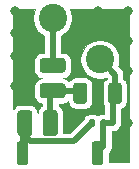
<source format=gbr>
%TF.GenerationSoftware,KiCad,Pcbnew,5.1.10*%
%TF.CreationDate,2022-04-29T11:26:50+02:00*%
%TF.ProjectId,filter01,66696c74-6572-4303-912e-6b696361645f,rev?*%
%TF.SameCoordinates,Original*%
%TF.FileFunction,Copper,L1,Top*%
%TF.FilePolarity,Positive*%
%FSLAX46Y46*%
G04 Gerber Fmt 4.6, Leading zero omitted, Abs format (unit mm)*
G04 Created by KiCad (PCBNEW 5.1.10) date 2022-04-29 11:26:50*
%MOMM*%
%LPD*%
G01*
G04 APERTURE LIST*
%TA.AperFunction,ComponentPad*%
%ADD10C,2.400000*%
%TD*%
%TA.AperFunction,ViaPad*%
%ADD11C,0.800000*%
%TD*%
%TA.AperFunction,Conductor*%
%ADD12C,0.500000*%
%TD*%
%TA.AperFunction,Conductor*%
%ADD13C,0.100000*%
%TD*%
G04 APERTURE END LIST*
%TO.P,J5,1*%
%TO.N,Net-(C1-Pad2)*%
%TA.AperFunction,SMDPad,CuDef*%
G36*
G01*
X198890000Y-73140000D02*
X198890000Y-71640000D01*
G75*
G02*
X199140000Y-71390000I250000J0D01*
G01*
X199640000Y-71390000D01*
G75*
G02*
X199890000Y-71640000I0J-250000D01*
G01*
X199890000Y-73140000D01*
G75*
G02*
X199640000Y-73390000I-250000J0D01*
G01*
X199140000Y-73390000D01*
G75*
G02*
X198890000Y-73140000I0J250000D01*
G01*
G37*
%TD.AperFunction*%
%TD*%
%TO.P,J2,1*%
%TO.N,Net-(C1-Pad1)*%
%TA.AperFunction,SMDPad,CuDef*%
G36*
G01*
X192540000Y-73140000D02*
X192540000Y-71640000D01*
G75*
G02*
X192790000Y-71390000I250000J0D01*
G01*
X193290000Y-71390000D01*
G75*
G02*
X193540000Y-71640000I0J-250000D01*
G01*
X193540000Y-73140000D01*
G75*
G02*
X193290000Y-73390000I-250000J0D01*
G01*
X192790000Y-73390000D01*
G75*
G02*
X192540000Y-73140000I0J250000D01*
G01*
G37*
%TD.AperFunction*%
%TD*%
D10*
%TO.P,J4,1*%
%TO.N,Net-(C1-Pad2)*%
X199580000Y-64460000D03*
%TD*%
%TO.P,J3,1*%
%TO.N,Net-(J3-Pad1)*%
X195580000Y-60960000D03*
%TD*%
%TO.P,L2,2*%
%TO.N,Net-(J3-Pad1)*%
%TA.AperFunction,SMDPad,CuDef*%
G36*
G01*
X196430000Y-65590000D02*
X194730000Y-65590000D01*
G75*
G02*
X194480000Y-65340000I0J250000D01*
G01*
X194480000Y-64590000D01*
G75*
G02*
X194730000Y-64340000I250000J0D01*
G01*
X196430000Y-64340000D01*
G75*
G02*
X196680000Y-64590000I0J-250000D01*
G01*
X196680000Y-65340000D01*
G75*
G02*
X196430000Y-65590000I-250000J0D01*
G01*
G37*
%TD.AperFunction*%
%TO.P,L2,1*%
%TO.N,Net-(C2-Pad1)*%
%TA.AperFunction,SMDPad,CuDef*%
G36*
G01*
X196430000Y-67740000D02*
X194730000Y-67740000D01*
G75*
G02*
X194480000Y-67490000I0J250000D01*
G01*
X194480000Y-66740000D01*
G75*
G02*
X194730000Y-66490000I250000J0D01*
G01*
X196430000Y-66490000D01*
G75*
G02*
X196680000Y-66740000I0J-250000D01*
G01*
X196680000Y-67490000D01*
G75*
G02*
X196430000Y-67740000I-250000J0D01*
G01*
G37*
%TD.AperFunction*%
%TD*%
%TO.P,L1,2*%
%TO.N,Net-(C2-Pad1)*%
%TA.AperFunction,SMDPad,CuDef*%
G36*
G01*
X194760000Y-70700000D02*
X194760000Y-69000000D01*
G75*
G02*
X195010000Y-68750000I250000J0D01*
G01*
X195760000Y-68750000D01*
G75*
G02*
X196010000Y-69000000I0J-250000D01*
G01*
X196010000Y-70700000D01*
G75*
G02*
X195760000Y-70950000I-250000J0D01*
G01*
X195010000Y-70950000D01*
G75*
G02*
X194760000Y-70700000I0J250000D01*
G01*
G37*
%TD.AperFunction*%
%TO.P,L1,1*%
%TO.N,Net-(C1-Pad1)*%
%TA.AperFunction,SMDPad,CuDef*%
G36*
G01*
X192610000Y-70700000D02*
X192610000Y-69000000D01*
G75*
G02*
X192860000Y-68750000I250000J0D01*
G01*
X193610000Y-68750000D01*
G75*
G02*
X193860000Y-69000000I0J-250000D01*
G01*
X193860000Y-70700000D01*
G75*
G02*
X193610000Y-70950000I-250000J0D01*
G01*
X192860000Y-70950000D01*
G75*
G02*
X192610000Y-70700000I0J250000D01*
G01*
G37*
%TD.AperFunction*%
%TD*%
%TO.P,C2,2*%
%TO.N,Net-(C1-Pad2)*%
%TA.AperFunction,SMDPad,CuDef*%
G36*
G01*
X200290000Y-67960001D02*
X200290000Y-66659999D01*
G75*
G02*
X200539999Y-66410000I249999J0D01*
G01*
X201190001Y-66410000D01*
G75*
G02*
X201440000Y-66659999I0J-249999D01*
G01*
X201440000Y-67960001D01*
G75*
G02*
X201190001Y-68210000I-249999J0D01*
G01*
X200539999Y-68210000D01*
G75*
G02*
X200290000Y-67960001I0J249999D01*
G01*
G37*
%TD.AperFunction*%
%TO.P,C2,1*%
%TO.N,Net-(C2-Pad1)*%
%TA.AperFunction,SMDPad,CuDef*%
G36*
G01*
X197340000Y-67960001D02*
X197340000Y-66659999D01*
G75*
G02*
X197589999Y-66410000I249999J0D01*
G01*
X198240001Y-66410000D01*
G75*
G02*
X198490000Y-66659999I0J-249999D01*
G01*
X198490000Y-67960001D01*
G75*
G02*
X198240001Y-68210000I-249999J0D01*
G01*
X197589999Y-68210000D01*
G75*
G02*
X197340000Y-67960001I0J249999D01*
G01*
G37*
%TD.AperFunction*%
%TD*%
%TO.P,C1,1*%
%TO.N,Net-(C1-Pad1)*%
%TA.AperFunction,SMDPad,CuDef*%
G36*
G01*
X198630000Y-70020000D02*
X198630000Y-69680000D01*
G75*
G02*
X198770000Y-69540000I140000J0D01*
G01*
X199050000Y-69540000D01*
G75*
G02*
X199190000Y-69680000I0J-140000D01*
G01*
X199190000Y-70020000D01*
G75*
G02*
X199050000Y-70160000I-140000J0D01*
G01*
X198770000Y-70160000D01*
G75*
G02*
X198630000Y-70020000I0J140000D01*
G01*
G37*
%TD.AperFunction*%
%TO.P,C1,2*%
%TO.N,Net-(C1-Pad2)*%
%TA.AperFunction,SMDPad,CuDef*%
G36*
G01*
X199590000Y-70020000D02*
X199590000Y-69680000D01*
G75*
G02*
X199730000Y-69540000I140000J0D01*
G01*
X200010000Y-69540000D01*
G75*
G02*
X200150000Y-69680000I0J-140000D01*
G01*
X200150000Y-70020000D01*
G75*
G02*
X200010000Y-70160000I-140000J0D01*
G01*
X199730000Y-70160000D01*
G75*
G02*
X199590000Y-70020000I0J140000D01*
G01*
G37*
%TD.AperFunction*%
%TD*%
D11*
%TO.N,GND*%
X201930000Y-60325000D03*
X192405000Y-60325000D03*
X192405000Y-62230000D03*
X192405000Y-64135000D03*
X192405000Y-66675000D03*
X201930000Y-62865000D03*
X201930000Y-65405000D03*
X199390000Y-60325000D03*
X201930000Y-69850000D03*
%TD*%
D12*
%TO.N,Net-(C1-Pad2)*%
X199870000Y-69850000D02*
X200660000Y-69850000D01*
X200660000Y-67515000D02*
X200865000Y-67310000D01*
X200660000Y-69850000D02*
X200660000Y-67515000D01*
X200865000Y-65745000D02*
X199580000Y-64460000D01*
X200865000Y-67310000D02*
X200865000Y-65745000D01*
X199870000Y-69850000D02*
X199870000Y-71889990D01*
%TO.N,Net-(C1-Pad1)*%
X193685010Y-71400010D02*
X197359990Y-71400010D01*
X197359990Y-71400010D02*
X198910000Y-69850000D01*
X193235000Y-70950000D02*
X193685010Y-71400010D01*
X193235000Y-69850000D02*
X193235000Y-70950000D01*
X193040000Y-70045000D02*
X193235000Y-69850000D01*
X193040000Y-72390000D02*
X193040000Y-70045000D01*
%TO.N,Net-(C2-Pad1)*%
X195385000Y-67310000D02*
X195580000Y-67115000D01*
X195385000Y-69850000D02*
X195385000Y-67310000D01*
X197720000Y-67115000D02*
X197915000Y-67310000D01*
X195580000Y-67115000D02*
X197720000Y-67115000D01*
%TO.N,Net-(J3-Pad1)*%
X195580000Y-64965000D02*
X195580000Y-60960000D01*
%TD*%
D13*
%TO.N,GND*%
X202065001Y-73160000D02*
X200340207Y-73160000D01*
X200342177Y-73140000D01*
X200342177Y-72408035D01*
X200367370Y-72387360D01*
X200454845Y-72280771D01*
X200519845Y-72159165D01*
X200559872Y-72027214D01*
X200570000Y-71924380D01*
X200570000Y-70550000D01*
X200625610Y-70550000D01*
X200660000Y-70553387D01*
X200694390Y-70550000D01*
X200797224Y-70539872D01*
X200929175Y-70499845D01*
X201050781Y-70434845D01*
X201157370Y-70347370D01*
X201244845Y-70240781D01*
X201309845Y-70119175D01*
X201349872Y-69987224D01*
X201363387Y-69850000D01*
X201360000Y-69815610D01*
X201360000Y-68638671D01*
X201458712Y-68608727D01*
X201580109Y-68543839D01*
X201686514Y-68456514D01*
X201773839Y-68350109D01*
X201838727Y-68228712D01*
X201878685Y-68096989D01*
X201892177Y-67960001D01*
X201892177Y-66659999D01*
X201878685Y-66523011D01*
X201838727Y-66391288D01*
X201773839Y-66269891D01*
X201686514Y-66163486D01*
X201580109Y-66076161D01*
X201565000Y-66068085D01*
X201565000Y-65779386D01*
X201568387Y-65744999D01*
X201565000Y-65710610D01*
X201554872Y-65607776D01*
X201514845Y-65475825D01*
X201449845Y-65354219D01*
X201362370Y-65247630D01*
X201335653Y-65225704D01*
X201132805Y-65022856D01*
X201166592Y-64941287D01*
X201230000Y-64622511D01*
X201230000Y-64297489D01*
X201166592Y-63978713D01*
X201042211Y-63678432D01*
X200861639Y-63408186D01*
X200631814Y-63178361D01*
X200361568Y-62997789D01*
X200061287Y-62873408D01*
X199742511Y-62810000D01*
X199417489Y-62810000D01*
X199098713Y-62873408D01*
X198798432Y-62997789D01*
X198528186Y-63178361D01*
X198298361Y-63408186D01*
X198117789Y-63678432D01*
X197993408Y-63978713D01*
X197930000Y-64297489D01*
X197930000Y-64622511D01*
X197993408Y-64941287D01*
X198117789Y-65241568D01*
X198298361Y-65511814D01*
X198528186Y-65741639D01*
X198798432Y-65922211D01*
X199098713Y-66046592D01*
X199417489Y-66110000D01*
X199742511Y-66110000D01*
X200061287Y-66046592D01*
X200142856Y-66012805D01*
X200165001Y-66034950D01*
X200165001Y-66068085D01*
X200149891Y-66076161D01*
X200043486Y-66163486D01*
X199956161Y-66269891D01*
X199891273Y-66391288D01*
X199851315Y-66523011D01*
X199837823Y-66659999D01*
X199837823Y-67960001D01*
X199851315Y-68096989D01*
X199891273Y-68228712D01*
X199956161Y-68350109D01*
X199960001Y-68354788D01*
X199960000Y-69087823D01*
X199730000Y-69087823D01*
X199614472Y-69099202D01*
X199503384Y-69132900D01*
X199401004Y-69187623D01*
X199390000Y-69196654D01*
X199378996Y-69187623D01*
X199276616Y-69132900D01*
X199165528Y-69099202D01*
X199050000Y-69087823D01*
X198770000Y-69087823D01*
X198654472Y-69099202D01*
X198543384Y-69132900D01*
X198441004Y-69187623D01*
X198351268Y-69261268D01*
X198277623Y-69351004D01*
X198222900Y-69453384D01*
X198189202Y-69564472D01*
X198187413Y-69582637D01*
X197070041Y-70700010D01*
X196462176Y-70700010D01*
X196462177Y-70700000D01*
X196462177Y-69000000D01*
X196448685Y-68863012D01*
X196408727Y-68731288D01*
X196343839Y-68609891D01*
X196256514Y-68503486D01*
X196150109Y-68416161D01*
X196085000Y-68381360D01*
X196085000Y-68192177D01*
X196430000Y-68192177D01*
X196566988Y-68178685D01*
X196698712Y-68138727D01*
X196820109Y-68073839D01*
X196893132Y-68013910D01*
X196901315Y-68096989D01*
X196941273Y-68228712D01*
X197006161Y-68350109D01*
X197093486Y-68456514D01*
X197199891Y-68543839D01*
X197321288Y-68608727D01*
X197453011Y-68648685D01*
X197589999Y-68662177D01*
X198240001Y-68662177D01*
X198376989Y-68648685D01*
X198508712Y-68608727D01*
X198630109Y-68543839D01*
X198736514Y-68456514D01*
X198823839Y-68350109D01*
X198888727Y-68228712D01*
X198928685Y-68096989D01*
X198942177Y-67960001D01*
X198942177Y-66659999D01*
X198928685Y-66523011D01*
X198888727Y-66391288D01*
X198823839Y-66269891D01*
X198736514Y-66163486D01*
X198630109Y-66076161D01*
X198508712Y-66011273D01*
X198376989Y-65971315D01*
X198240001Y-65957823D01*
X197589999Y-65957823D01*
X197453011Y-65971315D01*
X197321288Y-66011273D01*
X197199891Y-66076161D01*
X197093486Y-66163486D01*
X197006161Y-66269891D01*
X196983294Y-66312672D01*
X196926514Y-66243486D01*
X196820109Y-66156161D01*
X196698712Y-66091273D01*
X196566988Y-66051315D01*
X196452104Y-66040000D01*
X196566988Y-66028685D01*
X196698712Y-65988727D01*
X196820109Y-65923839D01*
X196926514Y-65836514D01*
X197013839Y-65730109D01*
X197078727Y-65608712D01*
X197118685Y-65476988D01*
X197132177Y-65340000D01*
X197132177Y-64590000D01*
X197118685Y-64453012D01*
X197078727Y-64321288D01*
X197013839Y-64199891D01*
X196926514Y-64093486D01*
X196820109Y-64006161D01*
X196698712Y-63941273D01*
X196566988Y-63901315D01*
X196430000Y-63887823D01*
X196280000Y-63887823D01*
X196280000Y-62455998D01*
X196361568Y-62422211D01*
X196631814Y-62241639D01*
X196861639Y-62011814D01*
X197042211Y-61741568D01*
X197166592Y-61441287D01*
X197230000Y-61122511D01*
X197230000Y-60797489D01*
X197166592Y-60478713D01*
X197047003Y-60190000D01*
X202065000Y-60190000D01*
X202065001Y-73160000D01*
%TA.AperFunction,Conductor*%
G36*
X202065001Y-73160000D02*
G01*
X200340207Y-73160000D01*
X200342177Y-73140000D01*
X200342177Y-72408035D01*
X200367370Y-72387360D01*
X200454845Y-72280771D01*
X200519845Y-72159165D01*
X200559872Y-72027214D01*
X200570000Y-71924380D01*
X200570000Y-70550000D01*
X200625610Y-70550000D01*
X200660000Y-70553387D01*
X200694390Y-70550000D01*
X200797224Y-70539872D01*
X200929175Y-70499845D01*
X201050781Y-70434845D01*
X201157370Y-70347370D01*
X201244845Y-70240781D01*
X201309845Y-70119175D01*
X201349872Y-69987224D01*
X201363387Y-69850000D01*
X201360000Y-69815610D01*
X201360000Y-68638671D01*
X201458712Y-68608727D01*
X201580109Y-68543839D01*
X201686514Y-68456514D01*
X201773839Y-68350109D01*
X201838727Y-68228712D01*
X201878685Y-68096989D01*
X201892177Y-67960001D01*
X201892177Y-66659999D01*
X201878685Y-66523011D01*
X201838727Y-66391288D01*
X201773839Y-66269891D01*
X201686514Y-66163486D01*
X201580109Y-66076161D01*
X201565000Y-66068085D01*
X201565000Y-65779386D01*
X201568387Y-65744999D01*
X201565000Y-65710610D01*
X201554872Y-65607776D01*
X201514845Y-65475825D01*
X201449845Y-65354219D01*
X201362370Y-65247630D01*
X201335653Y-65225704D01*
X201132805Y-65022856D01*
X201166592Y-64941287D01*
X201230000Y-64622511D01*
X201230000Y-64297489D01*
X201166592Y-63978713D01*
X201042211Y-63678432D01*
X200861639Y-63408186D01*
X200631814Y-63178361D01*
X200361568Y-62997789D01*
X200061287Y-62873408D01*
X199742511Y-62810000D01*
X199417489Y-62810000D01*
X199098713Y-62873408D01*
X198798432Y-62997789D01*
X198528186Y-63178361D01*
X198298361Y-63408186D01*
X198117789Y-63678432D01*
X197993408Y-63978713D01*
X197930000Y-64297489D01*
X197930000Y-64622511D01*
X197993408Y-64941287D01*
X198117789Y-65241568D01*
X198298361Y-65511814D01*
X198528186Y-65741639D01*
X198798432Y-65922211D01*
X199098713Y-66046592D01*
X199417489Y-66110000D01*
X199742511Y-66110000D01*
X200061287Y-66046592D01*
X200142856Y-66012805D01*
X200165001Y-66034950D01*
X200165001Y-66068085D01*
X200149891Y-66076161D01*
X200043486Y-66163486D01*
X199956161Y-66269891D01*
X199891273Y-66391288D01*
X199851315Y-66523011D01*
X199837823Y-66659999D01*
X199837823Y-67960001D01*
X199851315Y-68096989D01*
X199891273Y-68228712D01*
X199956161Y-68350109D01*
X199960001Y-68354788D01*
X199960000Y-69087823D01*
X199730000Y-69087823D01*
X199614472Y-69099202D01*
X199503384Y-69132900D01*
X199401004Y-69187623D01*
X199390000Y-69196654D01*
X199378996Y-69187623D01*
X199276616Y-69132900D01*
X199165528Y-69099202D01*
X199050000Y-69087823D01*
X198770000Y-69087823D01*
X198654472Y-69099202D01*
X198543384Y-69132900D01*
X198441004Y-69187623D01*
X198351268Y-69261268D01*
X198277623Y-69351004D01*
X198222900Y-69453384D01*
X198189202Y-69564472D01*
X198187413Y-69582637D01*
X197070041Y-70700010D01*
X196462176Y-70700010D01*
X196462177Y-70700000D01*
X196462177Y-69000000D01*
X196448685Y-68863012D01*
X196408727Y-68731288D01*
X196343839Y-68609891D01*
X196256514Y-68503486D01*
X196150109Y-68416161D01*
X196085000Y-68381360D01*
X196085000Y-68192177D01*
X196430000Y-68192177D01*
X196566988Y-68178685D01*
X196698712Y-68138727D01*
X196820109Y-68073839D01*
X196893132Y-68013910D01*
X196901315Y-68096989D01*
X196941273Y-68228712D01*
X197006161Y-68350109D01*
X197093486Y-68456514D01*
X197199891Y-68543839D01*
X197321288Y-68608727D01*
X197453011Y-68648685D01*
X197589999Y-68662177D01*
X198240001Y-68662177D01*
X198376989Y-68648685D01*
X198508712Y-68608727D01*
X198630109Y-68543839D01*
X198736514Y-68456514D01*
X198823839Y-68350109D01*
X198888727Y-68228712D01*
X198928685Y-68096989D01*
X198942177Y-67960001D01*
X198942177Y-66659999D01*
X198928685Y-66523011D01*
X198888727Y-66391288D01*
X198823839Y-66269891D01*
X198736514Y-66163486D01*
X198630109Y-66076161D01*
X198508712Y-66011273D01*
X198376989Y-65971315D01*
X198240001Y-65957823D01*
X197589999Y-65957823D01*
X197453011Y-65971315D01*
X197321288Y-66011273D01*
X197199891Y-66076161D01*
X197093486Y-66163486D01*
X197006161Y-66269891D01*
X196983294Y-66312672D01*
X196926514Y-66243486D01*
X196820109Y-66156161D01*
X196698712Y-66091273D01*
X196566988Y-66051315D01*
X196452104Y-66040000D01*
X196566988Y-66028685D01*
X196698712Y-65988727D01*
X196820109Y-65923839D01*
X196926514Y-65836514D01*
X197013839Y-65730109D01*
X197078727Y-65608712D01*
X197118685Y-65476988D01*
X197132177Y-65340000D01*
X197132177Y-64590000D01*
X197118685Y-64453012D01*
X197078727Y-64321288D01*
X197013839Y-64199891D01*
X196926514Y-64093486D01*
X196820109Y-64006161D01*
X196698712Y-63941273D01*
X196566988Y-63901315D01*
X196430000Y-63887823D01*
X196280000Y-63887823D01*
X196280000Y-62455998D01*
X196361568Y-62422211D01*
X196631814Y-62241639D01*
X196861639Y-62011814D01*
X197042211Y-61741568D01*
X197166592Y-61441287D01*
X197230000Y-61122511D01*
X197230000Y-60797489D01*
X197166592Y-60478713D01*
X197047003Y-60190000D01*
X202065000Y-60190000D01*
X202065001Y-73160000D01*
G37*
%TD.AperFunction*%
X193993408Y-60478713D02*
X193930000Y-60797489D01*
X193930000Y-61122511D01*
X193993408Y-61441287D01*
X194117789Y-61741568D01*
X194298361Y-62011814D01*
X194528186Y-62241639D01*
X194798432Y-62422211D01*
X194880001Y-62455998D01*
X194880000Y-63887823D01*
X194730000Y-63887823D01*
X194593012Y-63901315D01*
X194461288Y-63941273D01*
X194339891Y-64006161D01*
X194233486Y-64093486D01*
X194146161Y-64199891D01*
X194081273Y-64321288D01*
X194041315Y-64453012D01*
X194027823Y-64590000D01*
X194027823Y-65340000D01*
X194041315Y-65476988D01*
X194081273Y-65608712D01*
X194146161Y-65730109D01*
X194233486Y-65836514D01*
X194339891Y-65923839D01*
X194461288Y-65988727D01*
X194593012Y-66028685D01*
X194707896Y-66040000D01*
X194593012Y-66051315D01*
X194461288Y-66091273D01*
X194339891Y-66156161D01*
X194233486Y-66243486D01*
X194146161Y-66349891D01*
X194081273Y-66471288D01*
X194041315Y-66603012D01*
X194027823Y-66740000D01*
X194027823Y-67490000D01*
X194041315Y-67626988D01*
X194081273Y-67758712D01*
X194146161Y-67880109D01*
X194233486Y-67986514D01*
X194339891Y-68073839D01*
X194461288Y-68138727D01*
X194593012Y-68178685D01*
X194685001Y-68187745D01*
X194685001Y-68381359D01*
X194619891Y-68416161D01*
X194513486Y-68503486D01*
X194426161Y-68609891D01*
X194361273Y-68731288D01*
X194321315Y-68863012D01*
X194310000Y-68977896D01*
X194298685Y-68863012D01*
X194258727Y-68731288D01*
X194193839Y-68609891D01*
X194106514Y-68503486D01*
X194000109Y-68416161D01*
X193878712Y-68351273D01*
X193746988Y-68311315D01*
X193610000Y-68297823D01*
X192860000Y-68297823D01*
X192723012Y-68311315D01*
X192591288Y-68351273D01*
X192469891Y-68416161D01*
X192363486Y-68503486D01*
X192276161Y-68609891D01*
X192270000Y-68621417D01*
X192270000Y-60190000D01*
X194112997Y-60190000D01*
X193993408Y-60478713D01*
%TA.AperFunction,Conductor*%
G36*
X193993408Y-60478713D02*
G01*
X193930000Y-60797489D01*
X193930000Y-61122511D01*
X193993408Y-61441287D01*
X194117789Y-61741568D01*
X194298361Y-62011814D01*
X194528186Y-62241639D01*
X194798432Y-62422211D01*
X194880001Y-62455998D01*
X194880000Y-63887823D01*
X194730000Y-63887823D01*
X194593012Y-63901315D01*
X194461288Y-63941273D01*
X194339891Y-64006161D01*
X194233486Y-64093486D01*
X194146161Y-64199891D01*
X194081273Y-64321288D01*
X194041315Y-64453012D01*
X194027823Y-64590000D01*
X194027823Y-65340000D01*
X194041315Y-65476988D01*
X194081273Y-65608712D01*
X194146161Y-65730109D01*
X194233486Y-65836514D01*
X194339891Y-65923839D01*
X194461288Y-65988727D01*
X194593012Y-66028685D01*
X194707896Y-66040000D01*
X194593012Y-66051315D01*
X194461288Y-66091273D01*
X194339891Y-66156161D01*
X194233486Y-66243486D01*
X194146161Y-66349891D01*
X194081273Y-66471288D01*
X194041315Y-66603012D01*
X194027823Y-66740000D01*
X194027823Y-67490000D01*
X194041315Y-67626988D01*
X194081273Y-67758712D01*
X194146161Y-67880109D01*
X194233486Y-67986514D01*
X194339891Y-68073839D01*
X194461288Y-68138727D01*
X194593012Y-68178685D01*
X194685001Y-68187745D01*
X194685001Y-68381359D01*
X194619891Y-68416161D01*
X194513486Y-68503486D01*
X194426161Y-68609891D01*
X194361273Y-68731288D01*
X194321315Y-68863012D01*
X194310000Y-68977896D01*
X194298685Y-68863012D01*
X194258727Y-68731288D01*
X194193839Y-68609891D01*
X194106514Y-68503486D01*
X194000109Y-68416161D01*
X193878712Y-68351273D01*
X193746988Y-68311315D01*
X193610000Y-68297823D01*
X192860000Y-68297823D01*
X192723012Y-68311315D01*
X192591288Y-68351273D01*
X192469891Y-68416161D01*
X192363486Y-68503486D01*
X192276161Y-68609891D01*
X192270000Y-68621417D01*
X192270000Y-60190000D01*
X194112997Y-60190000D01*
X193993408Y-60478713D01*
G37*
%TD.AperFunction*%
%TD*%
M02*

</source>
